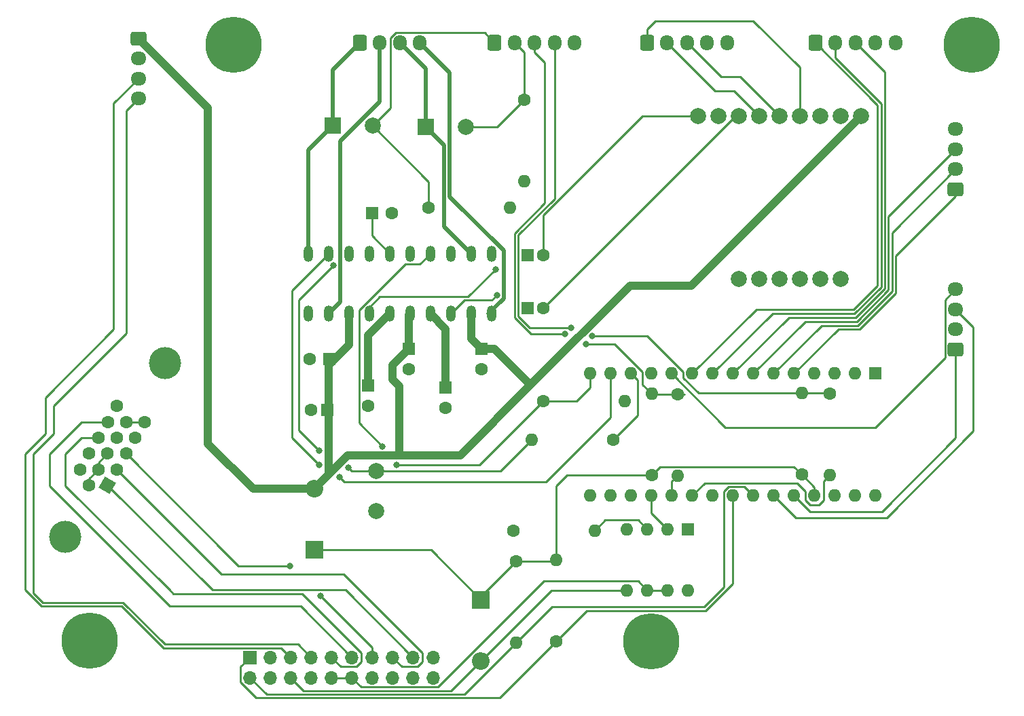
<source format=gbr>
%TF.GenerationSoftware,KiCad,Pcbnew,(6.0.5)*%
%TF.CreationDate,2023-02-01T20:40:05-08:00*%
%TF.ProjectId,MiSTer-G3,4d695354-6572-42d4-9733-2e6b69636164,rev?*%
%TF.SameCoordinates,Original*%
%TF.FileFunction,Copper,L1,Top*%
%TF.FilePolarity,Positive*%
%FSLAX46Y46*%
G04 Gerber Fmt 4.6, Leading zero omitted, Abs format (unit mm)*
G04 Created by KiCad (PCBNEW (6.0.5)) date 2023-02-01 20:40:05*
%MOMM*%
%LPD*%
G01*
G04 APERTURE LIST*
G04 Aperture macros list*
%AMRoundRect*
0 Rectangle with rounded corners*
0 $1 Rounding radius*
0 $2 $3 $4 $5 $6 $7 $8 $9 X,Y pos of 4 corners*
0 Add a 4 corners polygon primitive as box body*
4,1,4,$2,$3,$4,$5,$6,$7,$8,$9,$2,$3,0*
0 Add four circle primitives for the rounded corners*
1,1,$1+$1,$2,$3*
1,1,$1+$1,$4,$5*
1,1,$1+$1,$6,$7*
1,1,$1+$1,$8,$9*
0 Add four rect primitives between the rounded corners*
20,1,$1+$1,$2,$3,$4,$5,0*
20,1,$1+$1,$4,$5,$6,$7,0*
20,1,$1+$1,$6,$7,$8,$9,0*
20,1,$1+$1,$8,$9,$2,$3,0*%
%AMRotRect*
0 Rectangle, with rotation*
0 The origin of the aperture is its center*
0 $1 length*
0 $2 width*
0 $3 Rotation angle, in degrees counterclockwise*
0 Add horizontal line*
21,1,$1,$2,0,0,$3*%
G04 Aperture macros list end*
%TA.AperFunction,ComponentPad*%
%ADD10O,1.600000X1.600000*%
%TD*%
%TA.AperFunction,ComponentPad*%
%ADD11C,1.600000*%
%TD*%
%TA.AperFunction,ComponentPad*%
%ADD12O,1.700000X1.950000*%
%TD*%
%TA.AperFunction,ComponentPad*%
%ADD13RoundRect,0.250000X-0.600000X-0.725000X0.600000X-0.725000X0.600000X0.725000X-0.600000X0.725000X0*%
%TD*%
%TA.AperFunction,ComponentPad*%
%ADD14O,1.950000X1.700000*%
%TD*%
%TA.AperFunction,ComponentPad*%
%ADD15RoundRect,0.250000X0.725000X-0.600000X0.725000X0.600000X-0.725000X0.600000X-0.725000X-0.600000X0*%
%TD*%
%TA.AperFunction,ComponentPad*%
%ADD16RoundRect,0.250000X-0.725000X0.600000X-0.725000X-0.600000X0.725000X-0.600000X0.725000X0.600000X0*%
%TD*%
%TA.AperFunction,ComponentPad*%
%ADD17R,1.600000X1.600000*%
%TD*%
%TA.AperFunction,ComponentPad*%
%ADD18C,4.000000*%
%TD*%
%TA.AperFunction,ComponentPad*%
%ADD19RotRect,1.600000X1.600000X240.000000*%
%TD*%
%TA.AperFunction,ComponentPad*%
%ADD20C,2.000000*%
%TD*%
%TA.AperFunction,ComponentPad*%
%ADD21O,1.700000X1.700000*%
%TD*%
%TA.AperFunction,ComponentPad*%
%ADD22R,1.700000X1.700000*%
%TD*%
%TA.AperFunction,ComponentPad*%
%ADD23C,0.800000*%
%TD*%
%TA.AperFunction,ComponentPad*%
%ADD24C,7.000000*%
%TD*%
%TA.AperFunction,ComponentPad*%
%ADD25O,2.200000X2.200000*%
%TD*%
%TA.AperFunction,ComponentPad*%
%ADD26R,2.200000X2.200000*%
%TD*%
%TA.AperFunction,ComponentPad*%
%ADD27R,2.000000X2.000000*%
%TD*%
%TA.AperFunction,ComponentPad*%
%ADD28O,1.200000X2.000000*%
%TD*%
%TA.AperFunction,ViaPad*%
%ADD29C,0.800000*%
%TD*%
%TA.AperFunction,Conductor*%
%ADD30C,0.250000*%
%TD*%
%TA.AperFunction,Conductor*%
%ADD31C,1.000000*%
%TD*%
%TA.AperFunction,Conductor*%
%ADD32C,0.500000*%
%TD*%
G04 APERTURE END LIST*
D10*
%TO.P,R11,2*%
%TO.N,SHEAD2*%
X179800000Y-95440000D03*
D11*
%TO.P,R11,1*%
%TO.N,5V_MCU*%
X179800000Y-105600000D03*
%TD*%
D10*
%TO.P,R10,2*%
%TO.N,~{HEAD_DETECT2}*%
X183300000Y-105660000D03*
D11*
%TO.P,R10,1*%
%TO.N,SHEAD2*%
X183300000Y-95500000D03*
%TD*%
D10*
%TO.P,R5,2*%
%TO.N,GND*%
X145200000Y-68960000D03*
D11*
%TO.P,R5,1*%
%TO.N,LHEAD*%
X145200000Y-58800000D03*
%TD*%
D10*
%TO.P,R4,2*%
%TO.N,GND*%
X143460000Y-72300000D03*
D11*
%TO.P,R4,1*%
%TO.N,RHEAD*%
X133300000Y-72300000D03*
%TD*%
D10*
%TO.P,R2,2*%
%TO.N,SHEAD1*%
X161100000Y-95540000D03*
D11*
%TO.P,R2,1*%
%TO.N,5V_MCU*%
X161100000Y-105700000D03*
%TD*%
D10*
%TO.P,R1,2*%
%TO.N,~{HEAD_DETECT1}*%
X164300000Y-105760000D03*
D11*
%TO.P,R1,1*%
%TO.N,SHEAD1*%
X164300000Y-95600000D03*
%TD*%
D12*
%TO.P,HEADPHONES,5*%
%TO.N,GND*%
X151500000Y-51700000D03*
%TO.P,HEADPHONES,4*%
%TO.N,SHEAD2*%
X149000000Y-51700000D03*
%TO.P,HEADPHONES,3*%
%TO.N,SHEAD1*%
X146500000Y-51700000D03*
%TO.P,HEADPHONES,2*%
%TO.N,LHEAD*%
X144000000Y-51700000D03*
D13*
%TO.P,HEADPHONES,1*%
%TO.N,RHEAD*%
X141500000Y-51700000D03*
%TD*%
D14*
%TO.P,ROTARY ENCODER,4*%
%TO.N,ROT_BTN*%
X199000000Y-82500000D03*
%TO.P,ROTARY ENCODER,3*%
%TO.N,ROT_B*%
X199000000Y-85000000D03*
%TO.P,ROTARY ENCODER,2*%
%TO.N,GND*%
X199000000Y-87500000D03*
D15*
%TO.P,ROTARY ENCODER,1*%
%TO.N,ROT_A*%
X199000000Y-90000000D03*
%TD*%
D12*
%TO.P,MISTER BUTTONS,5*%
%TO.N,GND*%
X191500000Y-51750000D03*
%TO.P,MISTER BUTTONS,4*%
%TO.N,N/C*%
X189000000Y-51750000D03*
%TO.P,MISTER BUTTONS,3*%
%TO.N,BTN_RESET*%
X186500000Y-51750000D03*
%TO.P,MISTER BUTTONS,2*%
%TO.N,BTN_OSD*%
X184000000Y-51750000D03*
D13*
%TO.P,MISTER BUTTONS,1*%
%TO.N,BTN_USER*%
X181500000Y-51750000D03*
%TD*%
D14*
%TO.P,FRONT PANEL,4*%
%TO.N,GND*%
X199000000Y-62500000D03*
%TO.P,FRONT PANEL,3*%
%TO.N,POWER_BTN*%
X199000000Y-65000000D03*
%TO.P,FRONT PANEL,2*%
%TO.N,AMBER_LED*%
X199000000Y-67500000D03*
D15*
%TO.P,FRONT PANEL,1*%
%TO.N,GREEN_LED*%
X199000000Y-70000000D03*
%TD*%
D14*
%TO.P,POWER,4*%
%TO.N,PROT*%
X97080000Y-58680000D03*
%TO.P,POWER,3*%
%TO.N,DCO*%
X97080000Y-56180000D03*
%TO.P,POWER,2*%
%TO.N,GND*%
X97080000Y-53680000D03*
D16*
%TO.P,POWER,1*%
%TO.N,5V_PSU*%
X97080000Y-51180000D03*
%TD*%
D12*
%TO.P,SPEAKERS,4*%
%TO.N,LSPKR-*%
X132200000Y-51750000D03*
%TO.P,SPEAKERS,3*%
%TO.N,LSPKR+*%
X129700000Y-51750000D03*
%TO.P,SPEAKERS,2*%
%TO.N,RSPKR-*%
X127200000Y-51750000D03*
D13*
%TO.P,SPEAKERS,1*%
%TO.N,RSPKR+*%
X124700000Y-51750000D03*
%TD*%
D11*
%TO.P,C12,2*%
%TO.N,LIN*%
X147600000Y-84800000D03*
D17*
%TO.P,C12,1*%
%TO.N,Net-(C12-Pad1)*%
X145600000Y-84800000D03*
%TD*%
D11*
%TO.P,C11,2*%
%TO.N,RIN*%
X147600000Y-78200000D03*
D17*
%TO.P,C11,1*%
%TO.N,Net-(C11-Pad1)*%
X145600000Y-78200000D03*
%TD*%
D10*
%TO.P,R9,2*%
%TO.N,Net-(R9-Pad2)*%
X153960000Y-112600000D03*
D11*
%TO.P,R9,1*%
%TO.N,GND*%
X143800000Y-112600000D03*
%TD*%
D10*
%TO.P,U3,8*%
%TO.N,GND*%
X165600000Y-120020000D03*
%TO.P,U3,4*%
%TO.N,N/C*%
X157980000Y-112400000D03*
%TO.P,U3,7*%
%TO.N,LPIACT*%
X163060000Y-120020000D03*
%TO.P,U3,3*%
%TO.N,Net-(R9-Pad2)*%
X160520000Y-112400000D03*
%TO.P,U3,6*%
%TO.N,LPIACT*%
X160520000Y-120020000D03*
%TO.P,U3,2*%
%TO.N,POWER_EN*%
X163060000Y-112400000D03*
%TO.P,U3,5*%
%TO.N,5V_TRICKLE*%
X157980000Y-120020000D03*
D17*
%TO.P,U3,1*%
%TO.N,N/C*%
X165600000Y-112400000D03*
%TD*%
D18*
%TO.P,J2,0*%
%TO.N,N/C*%
X87927744Y-113328418D03*
X100427744Y-91677783D03*
D11*
%TO.P,J2,15*%
X94400539Y-97037207D03*
%TO.P,J2,14*%
%TO.N,V_SYNC*%
X93255539Y-99020405D03*
%TO.P,J2,13*%
%TO.N,H_SYNC*%
X92110539Y-101003604D03*
%TO.P,J2,12*%
%TO.N,N/C*%
X90965539Y-102986802D03*
%TO.P,J2,11*%
X89820539Y-104970000D03*
%TO.P,J2,10*%
%TO.N,GND*%
X95542770Y-99018806D03*
%TO.P,J2,9*%
%TO.N,N/C*%
X94397770Y-101002005D03*
%TO.P,J2,8*%
%TO.N,GND*%
X93252770Y-102985203D03*
%TO.P,J2,7*%
X92107770Y-104968401D03*
%TO.P,J2,6*%
X90962770Y-106951599D03*
%TO.P,J2,5*%
X97830000Y-99017207D03*
%TO.P,J2,4*%
%TO.N,N/C*%
X96685000Y-101000405D03*
%TO.P,J2,3*%
%TO.N,BLUE*%
X95540000Y-102983604D03*
%TO.P,J2,2*%
%TO.N,GREEN*%
X94395000Y-104966802D03*
D19*
%TO.P,J2,1*%
%TO.N,RED*%
X93250000Y-106950000D03*
%TD*%
D20*
%TO.P,U2,9*%
%TO.N,RIN*%
X166840000Y-60840000D03*
%TO.P,U2,8*%
%TO.N,GND*%
X169380000Y-60840000D03*
%TO.P,U2,7*%
%TO.N,LIN*%
X171920000Y-60840000D03*
%TO.P,U2,12*%
%TO.N,N/C*%
X171920000Y-81160000D03*
%TO.P,U2,6*%
%TO.N,I2S_BCLK*%
X174460000Y-60840000D03*
%TO.P,U2,13*%
%TO.N,N/C*%
X174460000Y-81160000D03*
%TO.P,U2,5*%
%TO.N,I2S_DIN*%
X177000000Y-60840000D03*
%TO.P,U2,14*%
%TO.N,N/C*%
X177000000Y-81160000D03*
%TO.P,U2,4*%
%TO.N,I2S_WSEL*%
X179540000Y-60840000D03*
%TO.P,U2,15*%
%TO.N,N/C*%
X179540000Y-81160000D03*
%TO.P,U2,3*%
%TO.N,GND*%
X182080000Y-60840000D03*
%TO.P,U2,16*%
%TO.N,N/C*%
X182080000Y-81160000D03*
%TO.P,U2,2*%
X184620000Y-60840000D03*
%TO.P,U2,17*%
X184620000Y-81160000D03*
%TO.P,U2,1*%
%TO.N,5V_PSU*%
X187160000Y-60840000D03*
%TD*%
D10*
%TO.P,R8,2*%
%TO.N,IVAD_SCL*%
X144200000Y-126560000D03*
D11*
%TO.P,R8,1*%
%TO.N,5V_MCU*%
X144200000Y-116400000D03*
%TD*%
D10*
%TO.P,R7,2*%
%TO.N,5V_MCU*%
X149200000Y-116240000D03*
D11*
%TO.P,R7,1*%
%TO.N,IVAD_SDA*%
X149200000Y-126400000D03*
%TD*%
D10*
%TO.P,R6,2*%
%TO.N,VOLUME*%
X146090000Y-101250000D03*
D11*
%TO.P,R6,1*%
%TO.N,Net-(A1-Pad13)*%
X156250000Y-101250000D03*
%TD*%
D10*
%TO.P,R3,2*%
%TO.N,GND*%
X157760000Y-96400000D03*
D11*
%TO.P,R3,1*%
%TO.N,AMP_ACTIVE*%
X147600000Y-96400000D03*
%TD*%
D12*
%TO.P,J4,5*%
%TO.N,N/C*%
X170500000Y-51750000D03*
%TO.P,J4,4*%
%TO.N,GND*%
X168000000Y-51750000D03*
%TO.P,J4,3*%
%TO.N,I2S_DIN*%
X165500000Y-51750000D03*
%TO.P,J4,2*%
%TO.N,I2S_BCLK*%
X163000000Y-51750000D03*
D13*
%TO.P,J4,1*%
%TO.N,I2S_WSEL*%
X160500000Y-51750000D03*
%TD*%
D21*
%TO.P,J1,20*%
%TO.N,GND*%
X133860000Y-130940000D03*
%TO.P,J1,19*%
%TO.N,N/C*%
X133860000Y-128400000D03*
%TO.P,J1,18*%
%TO.N,GND*%
X131320000Y-130940000D03*
%TO.P,J1,17*%
%TO.N,RED*%
X131320000Y-128400000D03*
%TO.P,J1,16*%
%TO.N,GND*%
X128780000Y-130940000D03*
%TO.P,J1,15*%
%TO.N,GREEN*%
X128780000Y-128400000D03*
%TO.P,J1,14*%
%TO.N,GND*%
X126240000Y-130940000D03*
%TO.P,J1,13*%
%TO.N,BLUE*%
X126240000Y-128400000D03*
%TO.P,J1,12*%
%TO.N,LPIACT*%
X123700000Y-130940000D03*
%TO.P,J1,11*%
%TO.N,V_SYNC*%
X123700000Y-128400000D03*
%TO.P,J1,10*%
%TO.N,LPIACT*%
X121160000Y-130940000D03*
%TO.P,J1,9*%
%TO.N,H_SYNC*%
X121160000Y-128400000D03*
%TO.P,J1,8*%
%TO.N,N/C*%
X118620000Y-130940000D03*
%TO.P,J1,7*%
%TO.N,PROT*%
X118620000Y-128400000D03*
%TO.P,J1,6*%
%TO.N,5V_TRICKLE*%
X116080000Y-130940000D03*
%TO.P,J1,5*%
%TO.N,DCO*%
X116080000Y-128400000D03*
%TO.P,J1,4*%
%TO.N,GND*%
X113540000Y-130940000D03*
%TO.P,J1,3*%
X113540000Y-128400000D03*
%TO.P,J1,2*%
%TO.N,IVAD_SCL*%
X111000000Y-130940000D03*
D22*
%TO.P,J1,1*%
%TO.N,IVAD_SDA*%
X111000000Y-128400000D03*
%TD*%
D23*
%TO.P,H4,1*%
%TO.N,GND*%
X110856155Y-50143845D03*
X109000000Y-49375000D03*
X107143845Y-50143845D03*
X106375000Y-52000000D03*
X107143845Y-53856155D03*
X109000000Y-54625000D03*
X110856155Y-53856155D03*
X111625000Y-52000000D03*
D24*
X109000000Y-52000000D03*
%TD*%
D23*
%TO.P,H3,1*%
%TO.N,GND*%
X202856155Y-50143845D03*
X201000000Y-49375000D03*
X199143845Y-50143845D03*
X198375000Y-52000000D03*
X199143845Y-53856155D03*
X201000000Y-54625000D03*
X202856155Y-53856155D03*
X203625000Y-52000000D03*
D24*
X201000000Y-52000000D03*
%TD*%
D23*
%TO.P,H2,1*%
%TO.N,GND*%
X92856155Y-124503845D03*
X91000000Y-123735000D03*
X89143845Y-124503845D03*
X88375000Y-126360000D03*
X89143845Y-128216155D03*
X91000000Y-128985000D03*
X92856155Y-128216155D03*
X93625000Y-126360000D03*
D24*
X91000000Y-126360000D03*
%TD*%
D23*
%TO.P,H1,1*%
%TO.N,GND*%
X162856155Y-124543845D03*
X161000000Y-123775000D03*
X159143845Y-124543845D03*
X158375000Y-126400000D03*
X159143845Y-128256155D03*
X161000000Y-129025000D03*
X162856155Y-128256155D03*
X163625000Y-126400000D03*
D24*
X161000000Y-126400000D03*
%TD*%
D25*
%TO.P,D2,2*%
%TO.N,5V_TRICKLE*%
X139800000Y-128820000D03*
D26*
%TO.P,D2,1*%
%TO.N,5V_MCU*%
X139800000Y-121200000D03*
%TD*%
D25*
%TO.P,D1,2*%
%TO.N,5V_PSU*%
X119000000Y-107380000D03*
D26*
%TO.P,D1,1*%
%TO.N,5V_MCU*%
X119000000Y-115000000D03*
%TD*%
D20*
%TO.P,C10,2*%
%TO.N,GND*%
X126746000Y-110156000D03*
%TO.P,C10,1*%
%TO.N,VOLUME*%
X126746000Y-105156000D03*
%TD*%
%TO.P,C9,2*%
%TO.N,LHEAD*%
X137900000Y-62200000D03*
D27*
%TO.P,C9,1*%
%TO.N,LSPKR+*%
X132900000Y-62200000D03*
%TD*%
D20*
%TO.P,C8,2*%
%TO.N,RHEAD*%
X126300000Y-62100000D03*
D27*
%TO.P,C8,1*%
%TO.N,RSPKR+*%
X121300000Y-62100000D03*
%TD*%
D11*
%TO.P,C7,2*%
%TO.N,GND*%
X128700000Y-73000000D03*
D17*
%TO.P,C7,1*%
%TO.N,Net-(C7-Pad1)*%
X126200000Y-73000000D03*
%TD*%
D11*
%TO.P,C6,2*%
%TO.N,GND*%
X139850000Y-92416000D03*
D17*
%TO.P,C6,1*%
%TO.N,5V_PSU*%
X139850000Y-89916000D03*
%TD*%
D11*
%TO.P,C5,2*%
%TO.N,GND*%
X130810000Y-92416000D03*
D17*
%TO.P,C5,1*%
%TO.N,5V_PSU*%
X130810000Y-89916000D03*
%TD*%
D11*
%TO.P,C4,2*%
%TO.N,GND*%
X118404000Y-91186000D03*
D17*
%TO.P,C4,1*%
%TO.N,5V_PSU*%
X120904000Y-91186000D03*
%TD*%
D11*
%TO.P,C2,2*%
%TO.N,GND*%
X135382000Y-97242000D03*
D17*
%TO.P,C2,1*%
%TO.N,Net-(C2-Pad1)*%
X135382000Y-94742000D03*
%TD*%
D11*
%TO.P,C1,2*%
%TO.N,GND*%
X125730000Y-96988000D03*
D17*
%TO.P,C1,1*%
%TO.N,Net-(C1-Pad1)*%
X125730000Y-94488000D03*
%TD*%
D28*
%TO.P,U1,10*%
%TO.N,LSPKR-*%
X141120000Y-85540000D03*
%TO.P,U1,11*%
%TO.N,GND*%
X141120000Y-78020000D03*
%TO.P,U1,9*%
%TO.N,5V_PSU*%
X138580000Y-85540000D03*
%TO.P,U1,12*%
%TO.N,LSPKR+*%
X138580000Y-78020000D03*
%TO.P,U1,8*%
%TO.N,Net-(C12-Pad1)*%
X136040000Y-85540000D03*
%TO.P,U1,13*%
%TO.N,N/C*%
X136040000Y-78020000D03*
%TO.P,U1,7*%
%TO.N,Net-(C2-Pad1)*%
X133500000Y-85540000D03*
%TO.P,U1,14*%
%TO.N,AMP_ACTIVE*%
X133500000Y-78020000D03*
%TO.P,U1,6*%
%TO.N,5V_PSU*%
X130960000Y-85540000D03*
%TO.P,U1,15*%
%TO.N,GND*%
X130960000Y-78020000D03*
%TO.P,U1,5*%
%TO.N,Net-(C1-Pad1)*%
X128420000Y-85540000D03*
%TO.P,U1,16*%
%TO.N,Net-(C7-Pad1)*%
X128420000Y-78020000D03*
%TO.P,U1,4*%
%TO.N,Net-(C11-Pad1)*%
X125880000Y-85540000D03*
%TO.P,U1,17*%
%TO.N,GND*%
X125880000Y-78020000D03*
%TO.P,U1,3*%
%TO.N,5V_PSU*%
X123340000Y-85540000D03*
%TO.P,U1,18*%
%TO.N,VOLUME*%
X123340000Y-78020000D03*
%TO.P,U1,2*%
%TO.N,RSPKR-*%
X120800000Y-85540000D03*
%TO.P,U1,19*%
%TO.N,AMP_SE*%
X120800000Y-78020000D03*
%TO.P,U1,1*%
%TO.N,GND*%
X118260000Y-85540000D03*
%TO.P,U1,20*%
%TO.N,RSPKR+*%
X118260000Y-78020000D03*
%TD*%
D11*
%TO.P,C3,2*%
%TO.N,GND*%
X118650000Y-97536000D03*
D17*
%TO.P,C3,1*%
%TO.N,5V_PSU*%
X120650000Y-97536000D03*
%TD*%
%TO.P,A1,1*%
%TO.N,N/C*%
X189000000Y-93000000D03*
D10*
%TO.P,A1,17*%
X155980000Y-108240000D03*
%TO.P,A1,2*%
X186460000Y-93000000D03*
%TO.P,A1,18*%
X158520000Y-108240000D03*
%TO.P,A1,3*%
X183920000Y-93000000D03*
%TO.P,A1,19*%
%TO.N,POWER_EN*%
X161060000Y-108240000D03*
%TO.P,A1,4*%
%TO.N,GND*%
X181380000Y-93000000D03*
%TO.P,A1,20*%
%TO.N,~{HEAD_DETECT1}*%
X163600000Y-108240000D03*
%TO.P,A1,5*%
%TO.N,GREEN_LED*%
X178840000Y-93000000D03*
%TO.P,A1,21*%
%TO.N,~{HEAD_DETECT2}*%
X166140000Y-108240000D03*
%TO.P,A1,6*%
%TO.N,AMBER_LED*%
X176300000Y-93000000D03*
%TO.P,A1,22*%
%TO.N,N/C*%
X168680000Y-108240000D03*
%TO.P,A1,7*%
%TO.N,POWER_BTN*%
X173760000Y-93000000D03*
%TO.P,A1,23*%
%TO.N,IVAD_SDA*%
X171220000Y-108240000D03*
%TO.P,A1,8*%
%TO.N,BTN_RESET*%
X171220000Y-93000000D03*
%TO.P,A1,24*%
%TO.N,IVAD_SCL*%
X173760000Y-108240000D03*
%TO.P,A1,9*%
%TO.N,BTN_OSD*%
X168680000Y-93000000D03*
%TO.P,A1,25*%
%TO.N,ROT_B*%
X176300000Y-108240000D03*
%TO.P,A1,10*%
%TO.N,BTN_USER*%
X166140000Y-93000000D03*
%TO.P,A1,26*%
%TO.N,ROT_A*%
X178840000Y-108240000D03*
%TO.P,A1,11*%
%TO.N,ROT_BTN*%
X163600000Y-93000000D03*
%TO.P,A1,27*%
%TO.N,5V_MCU*%
X181380000Y-108240000D03*
%TO.P,A1,12*%
%TO.N,N/C*%
X161060000Y-93000000D03*
%TO.P,A1,28*%
X183920000Y-108240000D03*
%TO.P,A1,13*%
%TO.N,Net-(A1-Pad13)*%
X158520000Y-93000000D03*
%TO.P,A1,29*%
%TO.N,GND*%
X186460000Y-108240000D03*
%TO.P,A1,14*%
%TO.N,AMP_SE*%
X155980000Y-93000000D03*
%TO.P,A1,30*%
%TO.N,N/C*%
X189000000Y-108240000D03*
%TO.P,A1,15*%
%TO.N,AMP_ACTIVE*%
X153440000Y-93000000D03*
%TO.P,A1,16*%
%TO.N,N/C*%
X153440000Y-108240000D03*
%TD*%
D29*
%TO.N,VOLUME*%
X123238818Y-104696818D03*
X119634000Y-102616000D03*
X121439990Y-79502000D03*
%TO.N,AMP_ACTIVE*%
X129286000Y-104394000D03*
X127508000Y-102074990D03*
%TO.N,BLUE*%
X119800000Y-120725000D03*
X116000000Y-117000000D03*
%TO.N,Net-(C11-Pad1)*%
X141600000Y-80000000D03*
%TO.N,Net-(C12-Pad1)*%
X141800000Y-83200000D03*
%TO.N,SHEAD2*%
X151000000Y-87300000D03*
X153677818Y-88277818D03*
%TO.N,SHEAD1*%
X150292892Y-88025000D03*
X152900000Y-89300000D03*
%TO.N,AMP_SE*%
X122200000Y-105900000D03*
X119600000Y-104400000D03*
%TD*%
D30*
%TO.N,GND*%
X90962770Y-106113401D02*
X92107770Y-104968401D01*
X90962770Y-106951599D02*
X90962770Y-106113401D01*
X92107770Y-104130203D02*
X93252770Y-102985203D01*
X92107770Y-104968401D02*
X92107770Y-104130203D01*
X97828401Y-99018806D02*
X97830000Y-99017207D01*
X95542770Y-99018806D02*
X97828401Y-99018806D01*
%TO.N,5V_TRICKLE*%
X148600000Y-120020000D02*
X139800000Y-128820000D01*
X157980000Y-120020000D02*
X148600000Y-120020000D01*
X136054989Y-132565011D02*
X139800000Y-128820000D01*
X117705011Y-132565011D02*
X136054989Y-132565011D01*
X116080000Y-130940000D02*
X117705011Y-132565011D01*
D31*
%TO.N,Net-(C1-Pad1)*%
X125730000Y-88230000D02*
X128420000Y-85540000D01*
X125730000Y-94488000D02*
X125730000Y-88230000D01*
%TO.N,Net-(C2-Pad1)*%
X135382000Y-87422000D02*
X133500000Y-85540000D01*
X135382000Y-94742000D02*
X135382000Y-87422000D01*
D30*
%TO.N,Net-(C7-Pad1)*%
X126200000Y-75800000D02*
X128420000Y-78020000D01*
X126200000Y-73000000D02*
X126200000Y-75800000D01*
%TO.N,RHEAD*%
X140249990Y-50449990D02*
X141500000Y-51700000D01*
X129213295Y-50449990D02*
X140249990Y-50449990D01*
X128524990Y-59875010D02*
X128524990Y-51138295D01*
X128524990Y-51138295D02*
X129213295Y-50449990D01*
X126300000Y-62100000D02*
X128524990Y-59875010D01*
X133300000Y-69100000D02*
X133300000Y-72300000D01*
X126300000Y-62100000D02*
X133300000Y-69100000D01*
D32*
%TO.N,RSPKR+*%
X118260000Y-65140000D02*
X121300000Y-62100000D01*
X118260000Y-78020000D02*
X118260000Y-65140000D01*
X121300000Y-55150000D02*
X124700000Y-51750000D01*
X121300000Y-62100000D02*
X121300000Y-55150000D01*
D30*
%TO.N,LHEAD*%
X141800000Y-62200000D02*
X145200000Y-58800000D01*
X137900000Y-62200000D02*
X141800000Y-62200000D01*
X145200000Y-52900000D02*
X144000000Y-51700000D01*
X145200000Y-58800000D02*
X145200000Y-52900000D01*
D32*
%TO.N,LSPKR+*%
X135199990Y-64499990D02*
X132900000Y-62200000D01*
X135199990Y-74639990D02*
X135199990Y-64499990D01*
X138580000Y-78020000D02*
X135199990Y-74639990D01*
X132900000Y-54950000D02*
X129700000Y-51750000D01*
X132900000Y-62200000D02*
X132900000Y-54950000D01*
D30*
%TO.N,VOLUME*%
X142220999Y-105119001D02*
X126782999Y-105119001D01*
X126782999Y-105119001D02*
X126746000Y-105156000D01*
X146090000Y-101250000D02*
X142220999Y-105119001D01*
X123698000Y-105156000D02*
X123238818Y-104696818D01*
X126746000Y-105156000D02*
X123698000Y-105156000D01*
X119634000Y-102616000D02*
X117094000Y-100076000D01*
X117094000Y-83847990D02*
X121439990Y-79502000D01*
X117094000Y-100076000D02*
X117094000Y-83847990D01*
D32*
%TO.N,LSPKR-*%
X142650001Y-77665063D02*
X135900000Y-70915062D01*
X142650001Y-83608001D02*
X142650001Y-77665063D01*
X140718002Y-85540000D02*
X142650001Y-83608001D01*
X141120000Y-85540000D02*
X140718002Y-85540000D01*
X135900000Y-55450000D02*
X132200000Y-51750000D01*
X135900000Y-70915062D02*
X135900000Y-55450000D01*
%TO.N,RSPKR-*%
X122289990Y-63964008D02*
X127200000Y-59053998D01*
X122289990Y-84050010D02*
X122289990Y-63964008D01*
X127200000Y-59053998D02*
X127200000Y-51750000D01*
X120800000Y-85540000D02*
X122289990Y-84050010D01*
D30*
%TO.N,LIN*%
X171560000Y-60840000D02*
X171920000Y-60840000D01*
X147600000Y-84800000D02*
X171560000Y-60840000D01*
%TO.N,RIN*%
X147600000Y-78200000D02*
X147600000Y-73200000D01*
X159960000Y-60840000D02*
X166840000Y-60840000D01*
X147600000Y-73200000D02*
X159960000Y-60840000D01*
%TO.N,LPIACT*%
X124875001Y-132115001D02*
X123700000Y-130940000D01*
X147644003Y-118894999D02*
X134424001Y-132115001D01*
X159394999Y-118894999D02*
X147644003Y-118894999D01*
X134424001Y-132115001D02*
X124875001Y-132115001D01*
X160520000Y-120020000D02*
X159394999Y-118894999D01*
X123700000Y-130940000D02*
X121160000Y-130940000D01*
X160520000Y-120020000D02*
X163060000Y-120020000D01*
%TO.N,GREEN_LED*%
X199000000Y-70850000D02*
X191500046Y-78349954D01*
X199000000Y-70000000D02*
X199000000Y-70850000D01*
X191500045Y-82932005D02*
X186982040Y-87450010D01*
X191500046Y-78349954D02*
X191500045Y-82932005D01*
X184389990Y-87450010D02*
X178840000Y-93000000D01*
X186982040Y-87450010D02*
X184389990Y-87450010D01*
%TO.N,AMBER_LED*%
X191050036Y-82745604D02*
X186795640Y-87000000D01*
X191050037Y-75449963D02*
X191050036Y-82745604D01*
X199000000Y-67500000D02*
X191050037Y-75449963D01*
X182300000Y-87000000D02*
X176300000Y-93000000D01*
X186795640Y-87000000D02*
X182300000Y-87000000D01*
%TO.N,POWER_BTN*%
X190600027Y-73399973D02*
X190600027Y-82559203D01*
X190600027Y-82559203D02*
X186659230Y-86500000D01*
X199000000Y-65000000D02*
X190600027Y-73399973D01*
X180260000Y-86500000D02*
X173760000Y-93000000D01*
X186659230Y-86500000D02*
X180260000Y-86500000D01*
%TO.N,IVAD_SDA*%
X149000000Y-126400000D02*
X149200000Y-126400000D01*
X167825001Y-122574999D02*
X171220000Y-119180000D01*
X153025001Y-122574999D02*
X167825001Y-122574999D01*
X171220000Y-119180000D02*
X171220000Y-108240000D01*
X149200000Y-126400000D02*
X153025001Y-122574999D01*
X148963590Y-126400000D02*
X149200000Y-126400000D01*
X142134970Y-133465030D02*
X149200000Y-126400000D01*
X111786028Y-133465030D02*
X142134970Y-133465030D01*
X109824999Y-131504001D02*
X111786028Y-133465030D01*
X109824999Y-129575001D02*
X109824999Y-131504001D01*
X111000000Y-128400000D02*
X109824999Y-129575001D01*
%TO.N,ROT_A*%
X178840000Y-108240000D02*
X180800000Y-110200000D01*
X180800000Y-110200000D02*
X189800000Y-110200000D01*
X199000000Y-101000000D02*
X199000000Y-90000000D01*
X189800000Y-110200000D02*
X199000000Y-101000000D01*
%TO.N,IVAD_SCL*%
X113075021Y-133015021D02*
X137744979Y-133015021D01*
X137744979Y-133015021D02*
X144200000Y-126560000D01*
X111000000Y-130940000D02*
X113075021Y-133015021D01*
X148635011Y-122124989D02*
X167638601Y-122124989D01*
X144200000Y-126560000D02*
X148635011Y-122124989D01*
X170679999Y-107114999D02*
X172634999Y-107114999D01*
X170094999Y-107699999D02*
X170679999Y-107114999D01*
X170094999Y-119668591D02*
X170094999Y-107699999D01*
X172634999Y-107114999D02*
X173760000Y-108240000D01*
X167638601Y-122124989D02*
X170094999Y-119668591D01*
%TO.N,ROT_B*%
X176300000Y-108240000D02*
X179060000Y-111000000D01*
X179060000Y-111000000D02*
X190400000Y-111000000D01*
X190400000Y-111000000D02*
X201200000Y-100200000D01*
X201200000Y-87200000D02*
X199000000Y-85000000D01*
X201200000Y-100200000D02*
X201200000Y-87200000D01*
%TO.N,AMP_ACTIVE*%
X153440000Y-93000000D02*
X153440000Y-94718000D01*
X151758000Y-96400000D02*
X147600000Y-96400000D01*
X153440000Y-94718000D02*
X151758000Y-96400000D01*
X139606000Y-104394000D02*
X129286000Y-104394000D01*
X147600000Y-96400000D02*
X139606000Y-104394000D01*
X132174990Y-79345010D02*
X133500000Y-78020000D01*
X130366829Y-79345010D02*
X132174990Y-79345010D01*
X124604999Y-85106840D02*
X130366829Y-79345010D01*
X124604999Y-99171989D02*
X124604999Y-85106840D01*
X127508000Y-102074990D02*
X124604999Y-99171989D01*
%TO.N,5V_MCU*%
X149040000Y-116400000D02*
X149200000Y-116240000D01*
X139800000Y-120800000D02*
X144200000Y-116400000D01*
X133600000Y-115000000D02*
X139800000Y-121200000D01*
X144200000Y-116400000D02*
X149040000Y-116400000D01*
X119000000Y-115000000D02*
X133600000Y-115000000D01*
X139800000Y-121200000D02*
X139800000Y-120800000D01*
X178834999Y-104634999D02*
X179800000Y-105600000D01*
X162165001Y-104634999D02*
X178834999Y-104634999D01*
X161100000Y-105700000D02*
X162165001Y-104634999D01*
X181380000Y-107180000D02*
X181380000Y-108240000D01*
X179800000Y-105600000D02*
X181380000Y-107180000D01*
X150500000Y-105700000D02*
X161100000Y-105700000D01*
X149200000Y-107000000D02*
X150500000Y-105700000D01*
X149200000Y-116240000D02*
X149200000Y-107000000D01*
D31*
%TO.N,5V_PSU*%
X105750000Y-59850000D02*
X97080000Y-51180000D01*
X111380000Y-107380000D02*
X105750000Y-101750000D01*
X119000000Y-107380000D02*
X111380000Y-107380000D01*
X105750000Y-101750000D02*
X105750000Y-59850000D01*
X120800000Y-105580000D02*
X119000000Y-107380000D01*
X123340000Y-85540000D02*
X123340000Y-89400000D01*
X120800000Y-99560000D02*
X120800000Y-105580000D01*
X123340000Y-89400000D02*
X120800000Y-91940000D01*
X120800000Y-91940000D02*
X120800000Y-99560000D01*
X158400000Y-82000000D02*
X166000000Y-82000000D01*
X166000000Y-82000000D02*
X187160000Y-60840000D01*
X119000000Y-107380000D02*
X123205010Y-103174990D01*
X139850000Y-89916000D02*
X141478000Y-89916000D01*
X145981000Y-94419000D02*
X158400000Y-82000000D01*
X141478000Y-89916000D02*
X145981000Y-94419000D01*
X137225010Y-103174990D02*
X145981000Y-94419000D01*
X138580000Y-88646000D02*
X139850000Y-89916000D01*
X138580000Y-85540000D02*
X138580000Y-88646000D01*
X129590990Y-103174990D02*
X129590990Y-94538990D01*
X123205010Y-103174990D02*
X129590990Y-103174990D01*
X129590990Y-103174990D02*
X137225010Y-103174990D01*
X129590990Y-94538990D02*
X128778000Y-93726000D01*
X128778000Y-91948000D02*
X130810000Y-89916000D01*
X128778000Y-93726000D02*
X128778000Y-91948000D01*
X130810000Y-85690000D02*
X130960000Y-85540000D01*
X130810000Y-89916000D02*
X130810000Y-85690000D01*
D30*
%TO.N,RED*%
X93250000Y-106950000D02*
X106300000Y-120000000D01*
X122920000Y-120000000D02*
X131320000Y-128400000D01*
X106300000Y-120000000D02*
X122920000Y-120000000D01*
%TO.N,GREEN*%
X94395000Y-104966802D02*
X107428198Y-118000000D01*
X129955001Y-129575001D02*
X128780000Y-128400000D01*
X132495001Y-128964001D02*
X131884001Y-129575001D01*
X131884001Y-129575001D02*
X129955001Y-129575001D01*
X132495001Y-127835999D02*
X132495001Y-128964001D01*
X107428198Y-118000000D02*
X122659002Y-118000000D01*
X123829501Y-119170499D02*
X132495001Y-127835999D01*
X122659002Y-118000000D02*
X123829501Y-119170499D01*
X123659002Y-119000000D02*
X123829501Y-119170499D01*
%TO.N,BLUE*%
X95540000Y-102983604D02*
X108556396Y-116000000D01*
X126240000Y-127165000D02*
X119800000Y-120725000D01*
X126240000Y-128400000D02*
X126240000Y-127165000D01*
X109556396Y-117000000D02*
X108556396Y-116000000D01*
X116000000Y-117000000D02*
X109556396Y-117000000D01*
%TO.N,V_SYNC*%
X117300000Y-122000000D02*
X123700000Y-128400000D01*
X101000000Y-122000000D02*
X117300000Y-122000000D01*
X86000000Y-107000000D02*
X101000000Y-122000000D01*
X89979595Y-99020405D02*
X86000000Y-103000000D01*
X86000000Y-103000000D02*
X86000000Y-107000000D01*
X93255539Y-99020405D02*
X89979595Y-99020405D01*
%TO.N,H_SYNC*%
X92110539Y-101003604D02*
X89996396Y-101003604D01*
X89996396Y-101003604D02*
X88000000Y-103000000D01*
X88000000Y-103000000D02*
X88000000Y-107000000D01*
X88000000Y-107000000D02*
X101000000Y-120000000D01*
X124264001Y-129575001D02*
X122335001Y-129575001D01*
X124875001Y-128964001D02*
X124264001Y-129575001D01*
X124875001Y-127835999D02*
X124875001Y-128964001D01*
X122335001Y-129575001D02*
X121160000Y-128400000D01*
X117489012Y-120450010D02*
X124875001Y-127835999D01*
X101450010Y-120450010D02*
X117489012Y-120450010D01*
X101000000Y-120000000D02*
X101450010Y-120450010D01*
%TO.N,PROT*%
X116994989Y-126774989D02*
X118620000Y-128400000D01*
X84000000Y-120363590D02*
X85186400Y-121549990D01*
X85186400Y-121549990D02*
X95186401Y-121549991D01*
X84000000Y-103000000D02*
X84000000Y-120363590D01*
X100411399Y-126774989D02*
X116994989Y-126774989D01*
X95186401Y-121549991D02*
X100411399Y-126774989D01*
X95574999Y-69074999D02*
X95574999Y-87925001D01*
X95574999Y-69074999D02*
X95574999Y-69277587D01*
X95574999Y-87925001D02*
X86500000Y-97000000D01*
X86500000Y-100500000D02*
X84000000Y-103000000D01*
X86500000Y-97000000D02*
X86500000Y-100500000D01*
X95574999Y-60185001D02*
X97080000Y-58680000D01*
X95574999Y-69074999D02*
X95574999Y-60185001D01*
%TO.N,DCO*%
X85000000Y-122000000D02*
X95000000Y-122000000D01*
X95000000Y-122000000D02*
X100224999Y-127224999D01*
X83000000Y-120000000D02*
X85000000Y-122000000D01*
X83000000Y-103000000D02*
X83000000Y-120000000D01*
X85500000Y-96000000D02*
X85500000Y-100500000D01*
X94000000Y-87500000D02*
X85500000Y-96000000D01*
X100224999Y-127224999D02*
X114904999Y-127224999D01*
X85500000Y-100500000D02*
X83000000Y-103000000D01*
X114904999Y-127224999D02*
X116080000Y-128400000D01*
X94000000Y-59260000D02*
X97080000Y-56180000D01*
X94000000Y-87500000D02*
X94000000Y-59260000D01*
%TO.N,I2S_DIN*%
X165500000Y-51750000D02*
X169750000Y-56000000D01*
X172160000Y-56000000D02*
X177000000Y-60840000D01*
X169750000Y-56000000D02*
X172160000Y-56000000D01*
%TO.N,I2S_BCLK*%
X171370000Y-57750000D02*
X174460000Y-60840000D01*
X169000000Y-57750000D02*
X171370000Y-57750000D01*
X163000000Y-51750000D02*
X169000000Y-57750000D01*
%TO.N,I2S_WSEL*%
X160500000Y-51750000D02*
X160500000Y-50000000D01*
X160500000Y-50000000D02*
X161500000Y-49000000D01*
X161500000Y-49000000D02*
X173750000Y-49000000D01*
X179540000Y-54790000D02*
X179540000Y-60840000D01*
X173750000Y-49000000D02*
X179540000Y-54790000D01*
%TO.N,POWER_EN*%
X161060000Y-110400000D02*
X163060000Y-112400000D01*
X161060000Y-108240000D02*
X161060000Y-110400000D01*
%TO.N,Net-(R9-Pad2)*%
X159394999Y-111274999D02*
X160520000Y-112400000D01*
X155285001Y-111274999D02*
X159394999Y-111274999D01*
X153960000Y-112600000D02*
X155285001Y-111274999D01*
%TO.N,Net-(A1-Pad13)*%
X158400000Y-93120000D02*
X158520000Y-93000000D01*
X159319999Y-98180001D02*
X156250000Y-101250000D01*
X159319999Y-93799999D02*
X159319999Y-98180001D01*
X158520000Y-93000000D02*
X159319999Y-93799999D01*
%TO.N,Net-(C11-Pad1)*%
X125880000Y-85540000D02*
X125880000Y-84720000D01*
X125880000Y-84720000D02*
X127200000Y-83400000D01*
X138200000Y-83400000D02*
X141600000Y-80000000D01*
X127200000Y-83400000D02*
X138200000Y-83400000D01*
%TO.N,Net-(C12-Pad1)*%
X137729990Y-83850010D02*
X136040000Y-85540000D01*
X141149990Y-83850010D02*
X137729990Y-83850010D01*
X141800000Y-83200000D02*
X141149990Y-83850010D01*
%TO.N,BTN_USER*%
X181500000Y-51750000D02*
X189250000Y-59500000D01*
X189250000Y-59500000D02*
X189250000Y-82000000D01*
X189250000Y-82000000D02*
X186250000Y-85000000D01*
X174140000Y-85000000D02*
X166140000Y-93000000D01*
X186250000Y-85000000D02*
X174140000Y-85000000D01*
%TO.N,BTN_OSD*%
X189700010Y-59313600D02*
X189700009Y-82186401D01*
X189700009Y-82186401D02*
X186386410Y-85500000D01*
X184000000Y-53613590D02*
X189700010Y-59313600D01*
X184000000Y-51750000D02*
X184000000Y-53613590D01*
X176180000Y-85500000D02*
X168680000Y-93000000D01*
X186386410Y-85500000D02*
X176180000Y-85500000D01*
%TO.N,BTN_RESET*%
X190150018Y-55400018D02*
X190150018Y-82372802D01*
X190150018Y-82372802D02*
X186522820Y-86000000D01*
X186500000Y-51750000D02*
X190150018Y-55400018D01*
X178220000Y-86000000D02*
X171220000Y-93000000D01*
X186522820Y-86000000D02*
X178220000Y-86000000D01*
%TO.N,ROT_BTN*%
X163600000Y-93000000D02*
X170300000Y-99700000D01*
X170300000Y-99700000D02*
X189000000Y-99700000D01*
X197699990Y-83800010D02*
X199000000Y-82500000D01*
X197699990Y-91000010D02*
X197699990Y-83800010D01*
X189000000Y-99700000D02*
X197699990Y-91000010D01*
%TO.N,SHEAD2*%
X183240000Y-95440000D02*
X183300000Y-95500000D01*
X179800000Y-95440000D02*
X183240000Y-95440000D01*
X145914998Y-87300000D02*
X151000000Y-87300000D01*
X144474999Y-85860001D02*
X145914998Y-87300000D01*
X149000000Y-51700000D02*
X149000000Y-71163590D01*
X149000000Y-71163590D02*
X144474999Y-75688591D01*
X144474999Y-75688591D02*
X144474999Y-85860001D01*
X165014999Y-93540001D02*
X166914998Y-95440000D01*
X165014999Y-92749997D02*
X165014999Y-93540001D01*
X160542820Y-88277818D02*
X165014999Y-92749997D01*
X166914998Y-95440000D02*
X179800000Y-95440000D01*
X153677818Y-88277818D02*
X160542820Y-88277818D01*
%TO.N,SHEAD1*%
X161160000Y-95600000D02*
X161100000Y-95540000D01*
X165200000Y-95600000D02*
X161160000Y-95600000D01*
X146500000Y-52925000D02*
X147775000Y-54200000D01*
X146500000Y-51700000D02*
X146500000Y-52925000D01*
X144024990Y-86046402D02*
X146003588Y-88025000D01*
X146003588Y-88025000D02*
X150292892Y-88025000D01*
X144024989Y-75502191D02*
X144024990Y-86046402D01*
X147775000Y-71752180D02*
X144024989Y-75502191D01*
X147775000Y-54200000D02*
X147775000Y-71752180D01*
X159934999Y-94374999D02*
X161100000Y-95540000D01*
X159934999Y-92749997D02*
X159934999Y-94374999D01*
X156485002Y-89300000D02*
X159934999Y-92749997D01*
X152900000Y-89300000D02*
X156485002Y-89300000D01*
%TO.N,~{HEAD_DETECT1}*%
X163600000Y-106460000D02*
X164300000Y-105760000D01*
X163600000Y-108240000D02*
X163600000Y-106460000D01*
%TO.N,~{HEAD_DETECT2}*%
X182505001Y-106454999D02*
X183300000Y-105660000D01*
X181920001Y-109365001D02*
X182505001Y-108780001D01*
X180839999Y-109365001D02*
X181920001Y-109365001D01*
X180254999Y-108780001D02*
X180839999Y-109365001D01*
X180254999Y-107720001D02*
X180254999Y-108780001D01*
X179199987Y-106664989D02*
X180254999Y-107720001D01*
X167715011Y-106664989D02*
X179199987Y-106664989D01*
X182505001Y-108780001D02*
X182505001Y-106454999D01*
X166140000Y-108240000D02*
X167715011Y-106664989D01*
%TO.N,AMP_SE*%
X121140000Y-78020000D02*
X120800000Y-78020000D01*
X119600000Y-104400000D02*
X116200000Y-101000000D01*
X120800000Y-78300000D02*
X120800000Y-78020000D01*
X116200000Y-82620000D02*
X120800000Y-78020000D01*
X116200000Y-101000000D02*
X116200000Y-82620000D01*
X122781001Y-106481001D02*
X122200000Y-105900000D01*
X147934001Y-106481001D02*
X122781001Y-106481001D01*
X155980000Y-98435002D02*
X147934001Y-106481001D01*
X155980000Y-93000000D02*
X155980000Y-98435002D01*
%TD*%
M02*

</source>
